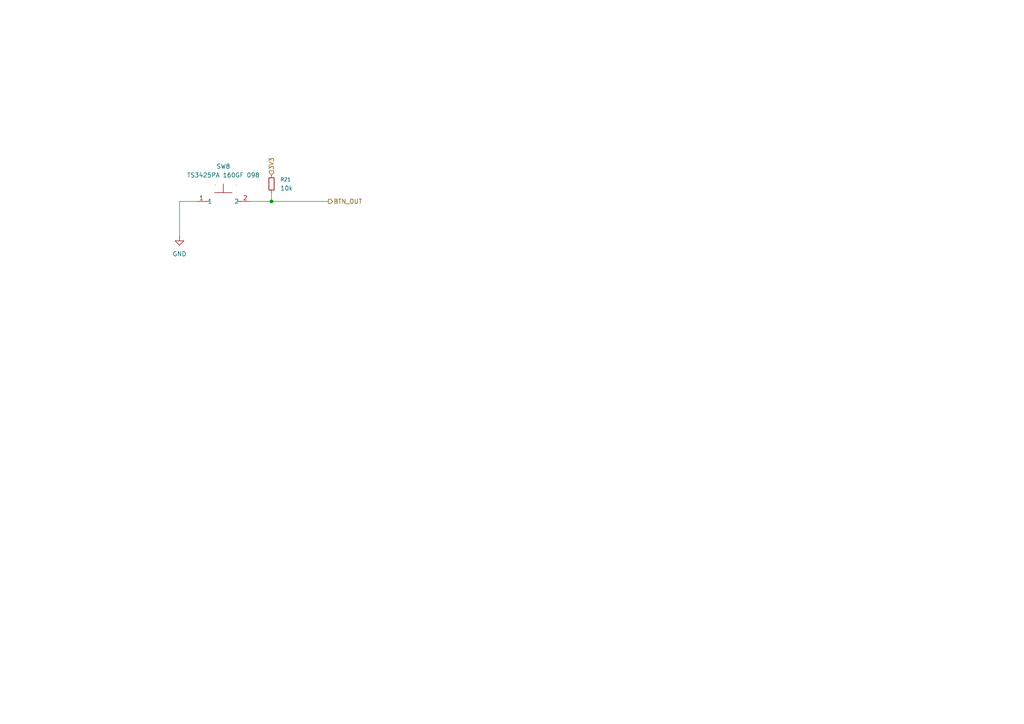
<source format=kicad_sch>
(kicad_sch (version 20250114) (generator "eeschema") (generator_version "9.0")
  (paper "A4")
  (title_block (title "Bornhack 2026") (rev "0.1") (company "Badge.Team"))
  (lib_symbols
    (symbol "Device:R_Small" (pin_numbers (hide yes)) (pin_names (offset 0.254) (hide yes))
      (property "Reference" "R" (at 0 0 90))
      (property "Value" "R_Small" (at 1.778 0 90))
      (symbol "R_Small_0_1"
        (rectangle (start -0.762 1.778) (end 0.762 -1.778) (stroke (width 0.2032)))
      )
      (symbol "R_Small_1_1"
        (pin passive line (at 0 2.54 270) (length 0.762) (name "~") (number "1"))
        (pin passive line (at 0 -2.54 90) (length 0.762) (name "~") (number "2"))
      )
    )
    (symbol "lcsc:SKPMAME010"
      (property "Reference" "SW" (at 0 2.54 0))
      (property "Value" "SKPMAME010" (at 0 -7.62 0))
      (symbol "SKPMAME010_0_1"
        (polyline (pts (xy -5.08 -2.54) (xy -4.06 -2.54)))
        (polyline (pts (xy -2.54 0) (xy 2.54 0)))
        (arc (start -2.29 2.29) (mid -2.29 2.36) (end -2.29 2.29))
        (polyline (pts (xy 0 0) (xy 0 2.54)))
        (arc (start 3.81 2.29) (mid 3.81 2.36) (end 3.81 2.29))
        (polyline (pts (xy 5.08 -2.54) (xy 4.06 -2.54)))
        (pin input line (at -7.62 -2.54 0) (length 2.54) (name "1") (number "1"))
        (pin input line (at 7.62 -2.54 180) (length 2.54) (name "2") (number "2"))
      )
    )
    (symbol "power:GND" (power) (pin_numbers (hide yes)) (pin_names (offset 0) (hide yes))
      (property "Value" "GND" (at 0 -3.81 0))
      (symbol "GND_0_1"
        (polyline (pts (xy 0 0) (xy 0 -1.27) (xy 1.27 -1.27) (xy 0 -2.54) (xy -1.27 -1.27) (xy 0 -1.27)))
      )
      (symbol "GND_1_1"
        (pin power_in line (at 0 0 270) (length 0) (name "~") (number "1"))
      )
    )
  )
  (junction (at 78.74 58.42))
  (wire (pts (xy 52.07 58.42) (xy 57.15 58.42)))
  (wire (pts (xy 78.74 58.42) (xy 95.25 58.42)))
  (wire (pts (xy 72.39 58.42) (xy 78.74 58.42)))
  (wire (pts (xy 78.74 55.88) (xy 78.74 58.42)))
  (wire (pts (xy 52.07 58.42) (xy 52.07 68.58)))
  (hierarchical_label "BTN_OUT" (shape output) (at 95.25 58.42 0))
  (hierarchical_label "3V3" (shape input) (at 78.74 50.8 90))
  (symbol (lib_id "Device:R_Small") (at 78.74 53.34 0) (unit 1)
    (property "Reference" "R19" (at 81.28 52.0699 0) (effects (font (size 1.016 1.016)) (justify left)))
    (property "Value" "10k" (at 81.28 54.6099 0) (effects (justify left)))
    (property "Footprint" "Resistor_SMD:R_0402_1005Metric" (effects (hide yes)))
    (property "Datasheet" "https://jlcpcb.com/partdetail/26487-0402WGF1002TCE/C25744" (effects (hide yes)))
    (property "Description" "Resistor, small symbol" (effects (hide yes)))
    (property "LCSC" "C25744" (effects (hide yes)))
    (instances (project "bornhack2026-hardware" (path "" (reference "R21") (unit 1)) (path "" (reference "R19") (unit 1))))
  )
  (symbol (lib_id "lcsc:SKPMAME010") (at 64.77 55.88 0) (unit 1)
    (property "Reference" "SW6" (at 64.77 48.26 0))
    (property "Value" "TS3425PA 160GF 098" (at 64.77 50.8 0))
    (property "Footprint" "lcsc:KEY-SMD_2P-L6.0-W6.0-P6.00" (effects (hide yes)))
    (property "Datasheet" "https://lcsc.com/product-detail/Tactile-Switches_ALPS_SKPMAME010_6-6-5-1-57N_C115348.html" (effects (hide yes)))
    (property "LCSC Part" "C115348" (effects (hide yes)))
    (property "LCSC" "C5363473" (effects (hide yes)))
    (instances (project "bornhack2026-hardware" (path "" (reference "SW8") (unit 1)) (path "" (reference "SW6") (unit 1))))
  )
  (symbol (lib_id "power:GND") (at 52.07 68.58 0) (unit 1)
    (property "Reference" "#PWR076" (effects (hide yes)))
    (property "Value" "GND" (at 52.07 73.66 0))
    (property "Description" "Power symbol creates a global label with name \"GND\" , ground" (effects (hide yes)))
    (instances (project "bornhack2026-hardware" (path "" (reference "#PWR078") (unit 1)) (path "" (reference "#PWR076") (unit 1))))
  )
)
</source>
